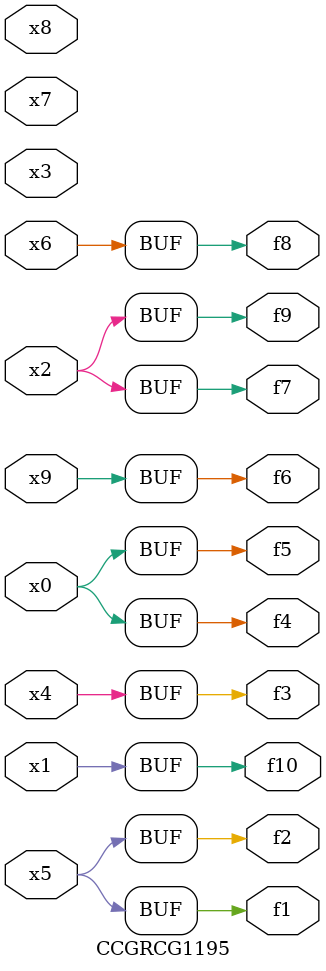
<source format=v>
module CCGRCG1195(
	input x0, x1, x2, x3, x4, x5, x6, x7, x8, x9,
	output f1, f2, f3, f4, f5, f6, f7, f8, f9, f10
);
	assign f1 = x5;
	assign f2 = x5;
	assign f3 = x4;
	assign f4 = x0;
	assign f5 = x0;
	assign f6 = x9;
	assign f7 = x2;
	assign f8 = x6;
	assign f9 = x2;
	assign f10 = x1;
endmodule

</source>
